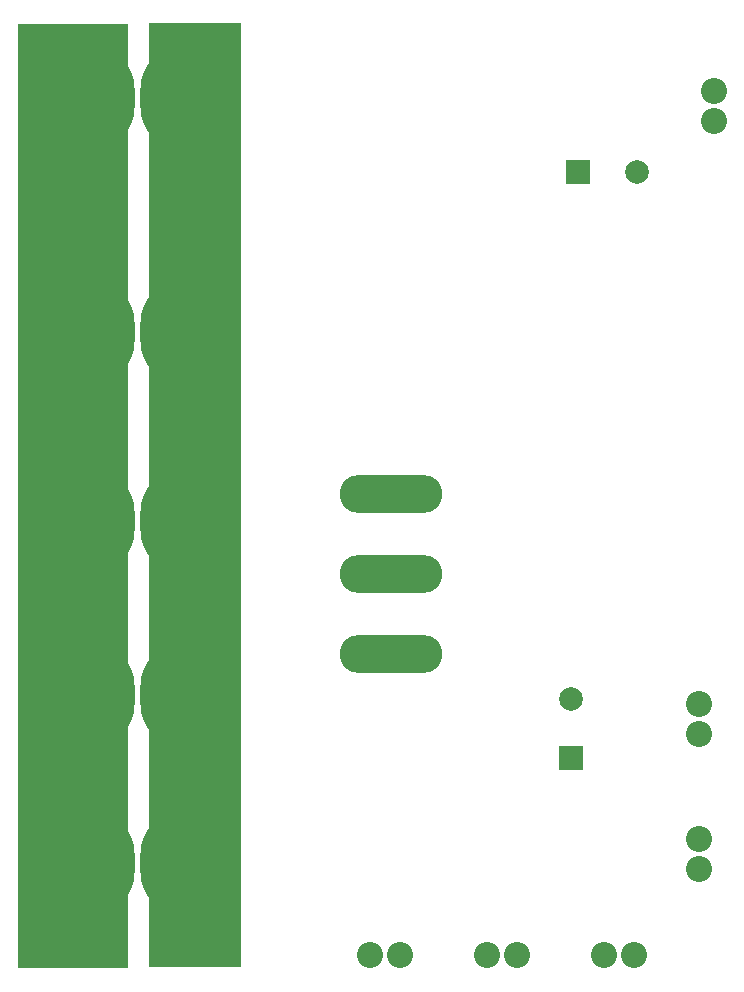
<source format=gbs>
G04 Layer_Color=16711935*
%FSLAX25Y25*%
%MOIN*%
G70*
G01*
G75*
%ADD55O,0.34265X0.12611*%
%ADD56C,0.06312*%
%ADD57C,0.05524*%
%ADD58C,0.04343*%
%ADD59O,0.26391X0.32296*%
%ADD60R,0.07887X0.07887*%
%ADD61C,0.07887*%
%ADD62R,0.07887X0.07887*%
%ADD63C,0.08674*%
%ADD64R,0.37000X3.15000*%
%ADD65R,0.31000X3.14500*%
D55*
X138000Y134228D02*
D03*
Y161000D02*
D03*
Y187772D02*
D03*
D56*
X39102Y307488D02*
D03*
Y331504D02*
D03*
X67449D02*
D03*
Y307488D02*
D03*
X39102Y166488D02*
D03*
Y190504D02*
D03*
X67449D02*
D03*
Y166488D02*
D03*
X39102Y108756D02*
D03*
Y132772D02*
D03*
X67449D02*
D03*
Y108756D02*
D03*
X39102Y52496D02*
D03*
Y76512D02*
D03*
X67449D02*
D03*
Y52496D02*
D03*
X39102Y229488D02*
D03*
Y253504D02*
D03*
X67449D02*
D03*
Y229488D02*
D03*
D57*
X44614Y309260D02*
D03*
X48551Y313000D02*
D03*
X29653D02*
D03*
X33591Y309260D02*
D03*
X44614Y329732D02*
D03*
X48551Y325992D02*
D03*
X29653D02*
D03*
X33591Y329732D02*
D03*
X61937D02*
D03*
X58000Y325992D02*
D03*
X76898D02*
D03*
X72961Y329732D02*
D03*
X61937Y309260D02*
D03*
X58000Y313000D02*
D03*
X76898D02*
D03*
X72961Y309260D02*
D03*
X44614Y168260D02*
D03*
X48551Y172000D02*
D03*
X29653D02*
D03*
X33591Y168260D02*
D03*
X44614Y188732D02*
D03*
X48551Y184992D02*
D03*
X29653D02*
D03*
X33591Y188732D02*
D03*
X61937D02*
D03*
X58000Y184992D02*
D03*
X76898D02*
D03*
X72961Y188732D02*
D03*
X61937Y168260D02*
D03*
X58000Y172000D02*
D03*
X76898D02*
D03*
X72961Y168260D02*
D03*
X44614Y110528D02*
D03*
X48551Y114268D02*
D03*
X29653D02*
D03*
X33591Y110528D02*
D03*
X44614Y131000D02*
D03*
X48551Y127260D02*
D03*
X29653D02*
D03*
X33591Y131000D02*
D03*
X61937D02*
D03*
X58000Y127260D02*
D03*
X76898D02*
D03*
X72961Y131000D02*
D03*
X61937Y110528D02*
D03*
X58000Y114268D02*
D03*
X76898D02*
D03*
X72961Y110528D02*
D03*
X44614Y54268D02*
D03*
X48551Y58008D02*
D03*
X29653D02*
D03*
X33591Y54268D02*
D03*
X44614Y74740D02*
D03*
X48551Y71000D02*
D03*
X29653D02*
D03*
X33591Y74740D02*
D03*
X61937D02*
D03*
X58000Y71000D02*
D03*
X76898D02*
D03*
X72961Y74740D02*
D03*
X61937Y54268D02*
D03*
X58000Y58008D02*
D03*
X76898D02*
D03*
X72961Y54268D02*
D03*
X44614Y231260D02*
D03*
X48551Y235000D02*
D03*
X29653D02*
D03*
X33591Y231260D02*
D03*
X44614Y251732D02*
D03*
X48551Y247992D02*
D03*
X29653D02*
D03*
X33591Y251732D02*
D03*
X61937D02*
D03*
X58000Y247992D02*
D03*
X76898D02*
D03*
X72961Y251732D02*
D03*
X61937Y231260D02*
D03*
X58000Y235000D02*
D03*
X76898D02*
D03*
X72961Y231260D02*
D03*
D58*
X49929Y319496D02*
D03*
X28276D02*
D03*
X56622D02*
D03*
X78276D02*
D03*
X49929Y178496D02*
D03*
X28276D02*
D03*
X56622D02*
D03*
X78276D02*
D03*
X49929Y120764D02*
D03*
X28276D02*
D03*
X56622D02*
D03*
X78276D02*
D03*
X49929Y64504D02*
D03*
X28276D02*
D03*
X56622D02*
D03*
X78276D02*
D03*
X49929Y241496D02*
D03*
X28276D02*
D03*
X56622D02*
D03*
X78276D02*
D03*
D59*
X67449Y319496D02*
D03*
X39102D02*
D03*
X67449Y178496D02*
D03*
X39102D02*
D03*
X67449Y120764D02*
D03*
X39102D02*
D03*
X67449Y64504D02*
D03*
X39102D02*
D03*
X67449Y241496D02*
D03*
X39102D02*
D03*
D60*
X198000Y99500D02*
D03*
D61*
Y119185D02*
D03*
X220000Y295000D02*
D03*
D62*
X200315D02*
D03*
D63*
X240500Y62500D02*
D03*
Y72500D02*
D03*
Y107500D02*
D03*
Y117500D02*
D03*
X209000Y34000D02*
D03*
X219000D02*
D03*
X170000D02*
D03*
X180000D02*
D03*
X131000D02*
D03*
X141000D02*
D03*
X245500Y322000D02*
D03*
Y312000D02*
D03*
D64*
X32000Y187000D02*
D03*
D65*
X72500Y187250D02*
D03*
M02*

</source>
